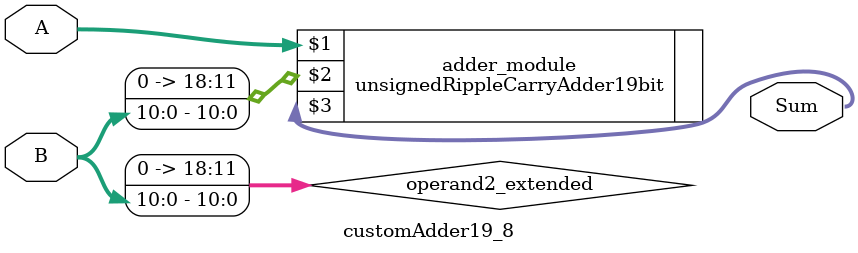
<source format=v>

module customAdder19_8(
                    input [18 : 0] A,
                    input [10 : 0] B,
                    
                    output [19 : 0] Sum
            );

    wire [18 : 0] operand2_extended;
    
    assign operand2_extended =  {8'b0, B};
    
    unsignedRippleCarryAdder19bit adder_module(
        A,
        operand2_extended,
        Sum
    );
    
endmodule
        
</source>
